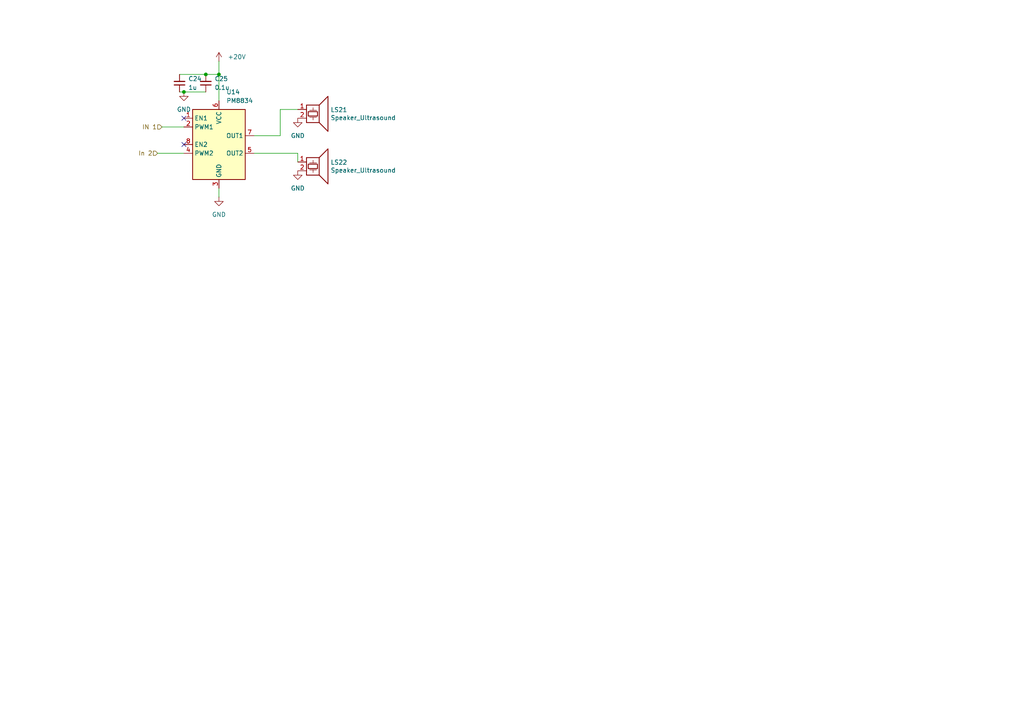
<source format=kicad_sch>
(kicad_sch (version 20250114) (generator "eeschema") (generator_version "9.0")
  (paper "A4")
  (lib_symbols
    (symbol "Device:C_Small" (pin_numbers (hide yes)) (pin_names (offset 0.254) (hide yes))
      (property "Reference" "C" (at 0.254 1.778 0))
      (property "Value" "C_Small" (at 0.254 -2.032 0))
      (symbol "C_Small_0_1"
        (polyline (pts (xy -1.524 0.508) (xy 1.524 0.508)) (stroke (width 0.3048)))
        (polyline (pts (xy -1.524 -0.508) (xy 1.524 -0.508)) (stroke (width 0.3302)))
      )
      (symbol "C_Small_1_1"
        (pin passive line (at 0 2.54 270) (length 2.032) (name "~") (number "1"))
        (pin passive line (at 0 -2.54 90) (length 2.032) (name "~") (number "2"))
      )
    )
    (symbol "Device:Speaker_Ultrasound" (pin_names (offset 0) (hide yes))
      (property "Reference" "LS" (at 0.635 5.715 0))
      (property "Value" "Speaker_Ultrasound" (at 0.635 3.81 0))
      (symbol "Speaker_Ultrasound_0_0"
        (rectangle (start -2.54 1.27) (end 1.143 -3.81) (stroke (width 0.254)))
        (rectangle (start -2.032 -0.635) (end 0.635 -1.905) (stroke (width 0.254)))
        (polyline (pts (xy -1.651 -0.254) (xy 0.381 -0.254)))
        (polyline (pts (xy -1.651 -2.286) (xy 0.381 -2.286)))
        (polyline (pts (xy -0.635 -0.254) (xy -0.635 0.508)))
        (polyline (pts (xy -0.635 -2.286) (xy -0.635 -3.048)))
        (polyline (pts (xy 1.143 1.27) (xy 3.683 3.81) (xy 3.683 -6.35) (xy 1.143 -3.81)) (stroke (width 0.254)))
      )
      (symbol "Speaker_Ultrasound_1_1"
        (pin input line (at -5.08 0 0) (length 2.54) (name "1") (number "1"))
        (pin input line (at -5.08 -2.54 0) (length 2.54) (name "2") (number "2"))
      )
    )
    (symbol "Driver_FET:PM8834"
      (property "Reference" "U" (at -7.62 11.43 0))
      (property "Value" "PM8834" (at 12.7 11.43 0))
      (symbol "PM8834_0_1"
        (rectangle (start -7.62 -10.16) (end 7.62 10.16) (stroke (width 0.254)) (fill (type background)))
      )
      (symbol "PM8834_1_1"
        (pin input line (at -10.16 7.62 0) (length 2.54) (name "EN1") (number "1"))
        (pin input line (at -10.16 5.08 0) (length 2.54) (name "PWM1") (number "2"))
        (pin input line (at -10.16 0 0) (length 2.54) (name "EN2") (number "8"))
        (pin input line (at -10.16 -2.54 0) (length 2.54) (name "PWM2") (number "4"))
        (pin power_in line (at 0 12.7 270) (length 2.54) (name "VCC") (number "6"))
        (pin power_in line (at 0 -12.7 90) (length 2.54) (name "GND") (number "3"))
        (pin output line (at 10.16 2.54 180) (length 2.54) (name "OUT1") (number "7"))
        (pin output line (at 10.16 -2.54 180) (length 2.54) (name "OUT2") (number "5"))
      )
    )
    (symbol "power:+10V" (power) (pin_numbers (hide yes)) (pin_names (offset 0) (hide yes))
      (property "Value" "+10V" (at 0 3.556 0))
      (symbol "+10V_0_1"
        (polyline (pts (xy -0.762 1.27) (xy 0 2.54)))
        (polyline (pts (xy 0 2.54) (xy 0.762 1.27)))
        (polyline (pts (xy 0 0) (xy 0 2.54)))
      )
      (symbol "+10V_1_1"
        (pin power_in line (at 0 0 90) (length 0) (name "~") (number "1"))
      )
    )
    (symbol "power:GND" (power) (pin_numbers (hide yes)) (pin_names (offset 0) (hide yes))
      (property "Value" "GND" (at 0 -3.81 0))
      (symbol "GND_0_1"
        (polyline (pts (xy 0 0) (xy 0 -1.27) (xy 1.27 -1.27) (xy 0 -2.54) (xy -1.27 -1.27) (xy 0 -1.27)))
      )
      (symbol "GND_1_1"
        (pin power_in line (at 0 0 270) (length 0) (name "~") (number "1"))
      )
    )
  )
  (junction (at 53.34 26.67))
  (junction (at 59.69 21.59))
  (junction (at 63.5 21.59))
  (no_connect (at 53.34 41.91))
  (no_connect (at 53.34 34.29))
  (wire (pts (xy 53.34 26.67) (xy 59.69 26.67)))
  (wire (pts (xy 63.5 54.61) (xy 63.5 57.15)))
  (wire (pts (xy 45.72 44.45) (xy 53.34 44.45)))
  (wire (pts (xy 81.28 31.75) (xy 86.36 31.75)))
  (wire (pts (xy 59.69 21.59) (xy 63.5 21.59)))
  (wire (pts (xy 63.5 21.59) (xy 63.5 29.21)))
  (wire (pts (xy 52.07 21.59) (xy 59.69 21.59)))
  (wire (pts (xy 73.66 39.37) (xy 81.28 39.37)))
  (wire (pts (xy 81.28 39.37) (xy 81.28 31.75)))
  (wire (pts (xy 46.99 36.83) (xy 53.34 36.83)))
  (wire (pts (xy 73.66 44.45) (xy 86.36 44.45)))
  (wire (pts (xy 52.07 26.67) (xy 53.34 26.67)))
  (wire (pts (xy 63.5 17.78) (xy 63.5 21.59)))
  (wire (pts (xy 86.36 44.45) (xy 86.36 46.99)))
  (hierarchical_label "In 2" (shape input) (at 45.72 44.45 180))
  (hierarchical_label "IN 1" (shape input) (at 46.99 36.83 180))
  (symbol (lib_id "Device:Speaker_Ultrasound") (at 91.44 31.75 0) (unit 1)
    (property "Reference" "LS1" (at 95.8596 31.8516 0) (effects (justify left)))
    (property "Value" "Speaker_Ultrasound" (at 95.8596 34.163 0) (effects (justify left)))
    (property "Footprint" "holo:MSO-P1040H07T" (effects (hide yes)))
    (property "Datasheet" "stock" (effects (hide yes)))
    (instances (project "pcb" (path "" (reference "LS21") (unit 1)) (path "" (reference "LS17") (unit 1)) (path "" (reference "LS19") (unit 1)) (path "" (reference "LS23") (unit 1)) (path "" (reference "LS61") (unit 1)) (path "" (reference "LS57") (unit 1)) (path "" (reference "LS59") (unit 1)) (path "" (reference "LS63") (unit 1)) (path "" (reference "LS29") (unit 1)) (path "" (reference "LS25") (unit 1)) (path "" (reference "LS27") (unit 1)) (path "" (reference "LS31") (unit 1)) (path "" (reference "LS13") (unit 1)) (path "" (reference "LS9") (unit 1)) (path "" (reference "LS11") (unit 1)) (path "" (reference "LS15") (unit 1)) (path "" (reference "LS45") (unit 1)) (path "" (reference "LS41") (unit 1)) (path "" (reference "LS43") (unit 1)) (path "" (reference "LS47") (unit 1)) (path "" (reference "LS3") (unit 1)) (path "" (reference "LS7") (unit 1)) (path "" (reference "LS5") (unit 1)) (path "" (reference "LS1") (unit 1)) (path "" (reference "LS37") (unit 1)) (path "" (reference "LS33") (unit 1)) (path "" (reference "LS35") (unit 1)) (path "" (reference "LS39") (unit 1)) (path "" (reference "LS53") (unit 1)) (path "" (reference "LS49") (unit 1)) (path "" (reference "LS51") (unit 1)) (path "" (reference "LS55") (unit 1))))
  )
  (symbol (lib_id "power:GND") (at 53.34 26.67 0) (unit 1)
    (property "Reference" "#PWR06" (effects (hide yes)))
    (property "Value" "GND" (at 53.34 31.75 0))
    (property "Description" "Power symbol creates a global label with name \"GND\" , ground" (effects (hide yes)))
    (instances (project "pcb" (path "" (reference "#PWR065") (unit 1)) (path "" (reference "#PWR055") (unit 1)) (path "" (reference "#PWR060") (unit 1)) (path "" (reference "#PWR070") (unit 1)) (path "" (reference "#PWR0180") (unit 1)) (path "" (reference "#PWR0170") (unit 1)) (path "" (reference "#PWR0175") (unit 1)) (path "" (reference "#PWR0185") (unit 1)) (path "" (reference "#PWR088") (unit 1)) (path "" (reference "#PWR078") (unit 1)) (path "" (reference "#PWR083") (unit 1)) (path "" (reference "#PWR093") (unit 1)) (path "" (reference "#PWR042") (unit 1)) (path "" (reference "#PWR032") (unit 1)) (path "" (reference "#PWR037") (unit 1)) (path "" (reference "#PWR047") (unit 1)) (path "" (reference "#PWR0134") (unit 1)) (path "" (reference "#PWR0124") (unit 1)) (path "" (reference "#PWR0129") (unit 1)) (path "" (reference "#PWR0139") (unit 1)) (path "" (reference "#PWR014") (unit 1)) (path "" (reference "#PWR024") (unit 1)) (path "" (reference "#PWR019") (unit 1)) (path "" (reference "#PWR06") (unit 1)) (path "" (reference "#PWR0111") (unit 1)) (path "" (reference "#PWR0101") (unit 1)) (path "" (reference "#PWR0106") (unit 1)) (path "" (reference "#PWR0116") (unit 1)) (path "" (reference "#PWR0157") (unit 1)) (path "" (reference "#PWR0147") (unit 1)) (path "" (reference "#PWR0152") (unit 1)) (path "" (reference "#PWR0162") (unit 1))))
  )
  (symbol (lib_id "power:+10V") (at 63.5 17.78 0) (unit 1)
    (property "Reference" "#PWR05" (effects (hide yes)))
    (property "Value" "+20V" (at 66.04 16.5099 0) (effects (justify left)))
    (property "Description" "Power symbol creates a global label with name \"+10V\"" (effects (hide yes)))
    (instances (project "pcb" (path "" (reference "#PWR064") (unit 1)) (path "" (reference "#PWR054") (unit 1)) (path "" (reference "#PWR059") (unit 1)) (path "" (reference "#PWR069") (unit 1)) (path "" (reference "#PWR0179") (unit 1)) (path "" (reference "#PWR0169") (unit 1)) (path "" (reference "#PWR0174") (unit 1)) (path "" (reference "#PWR0184") (unit 1)) (path "" (reference "#PWR087") (unit 1)) (path "" (reference "#PWR077") (unit 1)) (path "" (reference "#PWR082") (unit 1)) (path "" (reference "#PWR092") (unit 1)) (path "" (reference "#PWR041") (unit 1)) (path "" (reference "#PWR031") (unit 1)) (path "" (reference "#PWR036") (unit 1)) (path "" (reference "#PWR046") (unit 1)) (path "" (reference "#PWR0133") (unit 1)) (path "" (reference "#PWR0123") (unit 1)) (path "" (reference "#PWR0128") (unit 1)) (path "" (reference "#PWR0138") (unit 1)) (path "" (reference "#PWR013") (unit 1)) (path "" (reference "#PWR023") (unit 1)) (path "" (reference "#PWR018") (unit 1)) (path "" (reference "#PWR05") (unit 1)) (path "" (reference "#PWR0110") (unit 1)) (path "" (reference "#PWR0100") (unit 1)) (path "" (reference "#PWR0105") (unit 1)) (path "" (reference "#PWR0115") (unit 1)) (path "" (reference "#PWR0156") (unit 1)) (path "" (reference "#PWR0146") (unit 1)) (path "" (reference "#PWR0151") (unit 1)) (path "" (reference "#PWR0161") (unit 1))))
  )
  (symbol (lib_id "Device:C_Small") (at 52.07 24.13 180) (unit 1)
    (property "Reference" "C1" (at 54.61 22.8535 0) (effects (justify right)))
    (property "Value" "1u" (at 54.61 25.3935 0) (effects (justify right)))
    (property "Footprint" "Capacitor_SMD:C_0402_1005Metric" (effects (hide yes)))
    (property "Description" "Unpolarized capacitor, small symbol" (effects (hide yes)))
    (property "JLCPCB" "C52923" (effects (hide yes)))
    (instances (project "pcb" (path "" (reference "C24") (unit 1)) (path "" (reference "C20") (unit 1)) (path "" (reference "C22") (unit 1)) (path "" (reference "C26") (unit 1)) (path "" (reference "C69") (unit 1)) (path "" (reference "C65") (unit 1)) (path "" (reference "C67") (unit 1)) (path "" (reference "C71") (unit 1)) (path "" (reference "C33") (unit 1)) (path "" (reference "C29") (unit 1)) (path "" (reference "C31") (unit 1)) (path "" (reference "C35") (unit 1)) (path "" (reference "C15") (unit 1)) (path "" (reference "C11") (unit 1)) (path "" (reference "C13") (unit 1)) (path "" (reference "C17") (unit 1)) (path "" (reference "C51") (unit 1)) (path "" (reference "C47") (unit 1)) (path "" (reference "C49") (unit 1)) (path "" (reference "C53") (unit 1)) (path "" (reference "C4") (unit 1)) (path "" (reference "C8") (unit 1)) (path "" (reference "C6") (unit 1)) (path "" (reference "C1") (unit 1)) (path "" (reference "C42") (unit 1)) (path "" (reference "C38") (unit 1)) (path "" (reference "C40") (unit 1)) (path "" (reference "C44") (unit 1)) (path "" (reference "C60") (unit 1)) (path "" (reference "C56") (unit 1)) (path "" (reference "C58") (unit 1)) (path "" (reference "C62") (unit 1))))
  )
  (symbol (lib_id "power:GND") (at 86.36 34.29 0) (unit 1)
    (property "Reference" "#PWR07" (effects (hide yes)))
    (property "Value" "GND" (at 86.36 39.37 0))
    (property "Description" "Power symbol creates a global label with name \"GND\" , ground" (effects (hide yes)))
    (instances (project "pcb" (path "" (reference "#PWR066") (unit 1)) (path "" (reference "#PWR056") (unit 1)) (path "" (reference "#PWR061") (unit 1)) (path "" (reference "#PWR071") (unit 1)) (path "" (reference "#PWR0181") (unit 1)) (path "" (reference "#PWR0171") (unit 1)) (path "" (reference "#PWR0176") (unit 1)) (path "" (reference "#PWR0186") (unit 1)) (path "" (reference "#PWR089") (unit 1)) (path "" (reference "#PWR079") (unit 1)) (path "" (reference "#PWR084") (unit 1)) (path "" (reference "#PWR094") (unit 1)) (path "" (reference "#PWR043") (unit 1)) (path "" (reference "#PWR033") (unit 1)) (path "" (reference "#PWR038") (unit 1)) (path "" (reference "#PWR048") (unit 1)) (path "" (reference "#PWR0135") (unit 1)) (path "" (reference "#PWR0125") (unit 1)) (path "" (reference "#PWR0130") (unit 1)) (path "" (reference "#PWR0140") (unit 1)) (path "" (reference "#PWR015") (unit 1)) (path "" (reference "#PWR025") (unit 1)) (path "" (reference "#PWR020") (unit 1)) (path "" (reference "#PWR07") (unit 1)) (path "" (reference "#PWR0112") (unit 1)) (path "" (reference "#PWR0102") (unit 1)) (path "" (reference "#PWR0107") (unit 1)) (path "" (reference "#PWR0117") (unit 1)) (path "" (reference "#PWR0158") (unit 1)) (path "" (reference "#PWR0148") (unit 1)) (path "" (reference "#PWR0153") (unit 1)) (path "" (reference "#PWR0163") (unit 1))))
  )
  (symbol (lib_id "Device:Speaker_Ultrasound") (at 91.44 46.99 0) (unit 1)
    (property "Reference" "LS2" (at 95.8596 47.0916 0) (effects (justify left)))
    (property "Value" "Speaker_Ultrasound" (at 95.8596 49.403 0) (effects (justify left)))
    (property "Footprint" "holo:MSO-P1040H07T" (effects (hide yes)))
    (property "Datasheet" "stock" (effects (hide yes)))
    (instances (project "pcb" (path "" (reference "LS22") (unit 1)) (path "" (reference "LS18") (unit 1)) (path "" (reference "LS20") (unit 1)) (path "" (reference "LS24") (unit 1)) (path "" (reference "LS62") (unit 1)) (path "" (reference "LS58") (unit 1)) (path "" (reference "LS60") (unit 1)) (path "" (reference "LS64") (unit 1)) (path "" (reference "LS30") (unit 1)) (path "" (reference "LS26") (unit 1)) (path "" (reference "LS28") (unit 1)) (path "" (reference "LS32") (unit 1)) (path "" (reference "LS14") (unit 1)) (path "" (reference "LS10") (unit 1)) (path "" (reference "LS12") (unit 1)) (path "" (reference "LS16") (unit 1)) (path "" (reference "LS46") (unit 1)) (path "" (reference "LS42") (unit 1)) (path "" (reference "LS44") (unit 1)) (path "" (reference "LS48") (unit 1)) (path "" (reference "LS4") (unit 1)) (path "" (reference "LS8") (unit 1)) (path "" (reference "LS6") (unit 1)) (path "" (reference "LS2") (unit 1)) (path "" (reference "LS38") (unit 1)) (path "" (reference "LS34") (unit 1)) (path "" (reference "LS36") (unit 1)) (path "" (reference "LS40") (unit 1)) (path "" (reference "LS54") (unit 1)) (path "" (reference "LS50") (unit 1)) (path "" (reference "LS52") (unit 1)) (path "" (reference "LS56") (unit 1))))
  )
  (symbol (lib_id "Device:C_Small") (at 59.69 24.13 180) (unit 1)
    (property "Reference" "C2" (at 62.23 22.8535 0) (effects (justify right)))
    (property "Value" "0.1u" (at 62.23 25.3935 0) (effects (justify right)))
    (property "Footprint" "Capacitor_SMD:C_0201_0603Metric" (effects (hide yes)))
    (property "Description" "Unpolarized capacitor, small symbol" (effects (hide yes)))
    (property "JLCPCB" "C386070" (effects (hide yes)))
    (instances (project "pcb" (path "" (reference "C25") (unit 1)) (path "" (reference "C21") (unit 1)) (path "" (reference "C23") (unit 1)) (path "" (reference "C27") (unit 1)) (path "" (reference "C70") (unit 1)) (path "" (reference "C66") (unit 1)) (path "" (reference "C68") (unit 1)) (path "" (reference "C72") (unit 1)) (path "" (reference "C34") (unit 1)) (path "" (reference "C30") (unit 1)) (path "" (reference "C32") (unit 1)) (path "" (reference "C36") (unit 1)) (path "" (reference "C16") (unit 1)) (path "" (reference "C12") (unit 1)) (path "" (reference "C14") (unit 1)) (path "" (reference "C18") (unit 1)) (path "" (reference "C52") (unit 1)) (path "" (reference "C48") (unit 1)) (path "" (reference "C50") (unit 1)) (path "" (reference "C54") (unit 1)) (path "" (reference "C5") (unit 1)) (path "" (reference "C9") (unit 1)) (path "" (reference "C7") (unit 1)) (path "" (reference "C2") (unit 1)) (path "" (reference "C43") (unit 1)) (path "" (reference "C39") (unit 1)) (path "" (reference "C41") (unit 1)) (path "" (reference "C45") (unit 1)) (path "" (reference "C61") (unit 1)) (path "" (reference "C57") (unit 1)) (path "" (reference "C59") (unit 1)) (path "" (reference "C63") (unit 1))))
  )
  (symbol (lib_id "Driver_FET:PM8834") (at 63.5 41.91 0) (unit 1)
    (property "Reference" "U1" (at 65.6433 26.67 0) (effects (justify left)))
    (property "Value" "PM8834" (at 65.6433 29.21 0) (effects (justify left)))
    (property "Footprint" "Package_SO:SOIC-8_3.9x4.9mm_P1.27mm" (effects (hide yes)))
    (property "Datasheet" "http://www.st.com/resource/en/datasheet/pm8834.pdf" (effects (hide yes)))
    (property "Description" "4A dual low-side MOSFET driver, SOIC-8" (effects (hide yes)))
    (property "JLCPCB" "C465729" (effects (hide yes)))
    (instances (project "pcb" (path "" (reference "U14") (unit 1)) (path "" (reference "U12") (unit 1)) (path "" (reference "U13") (unit 1)) (path "" (reference "U15") (unit 1)) (path "" (reference "U39") (unit 1)) (path "" (reference "U37") (unit 1)) (path "" (reference "U38") (unit 1)) (path "" (reference "U40") (unit 1)) (path "" (reference "U19") (unit 1)) (path "" (reference "U17") (unit 1)) (path "" (reference "U18") (unit 1)) (path "" (reference "U20") (unit 1)) (path "" (reference "U9") (unit 1)) (path "" (reference "U7") (unit 1)) (path "" (reference "U8") (unit 1)) (path "" (reference "U10") (unit 1)) (path "" (reference "U29") (unit 1)) (path "" (reference "U27") (unit 1)) (path "" (reference "U28") (unit 1)) (path "" (reference "U30") (unit 1)) (path "" (reference "U3") (unit 1)) (path "" (reference "U5") (unit 1)) (path "" (reference "U4") (unit 1)) (path "" (reference "U1") (unit 1)) (path "" (reference "U24") (unit 1)) (path "" (reference "U22") (unit 1)) (path "" (reference "U23") (unit 1)) (path "" (reference "U25") (unit 1)) (path "" (reference "U34") (unit 1)) (path "" (reference "U32") (unit 1)) (path "" (reference "U33") (unit 1)) (path "" (reference "U35") (unit 1))))
  )
  (symbol (lib_id "power:GND") (at 63.5 57.15 0) (unit 1)
    (property "Reference" "#PWR09" (effects (hide yes)))
    (property "Value" "GND" (at 63.5 62.23 0))
    (property "Description" "Power symbol creates a global label with name \"GND\" , ground" (effects (hide yes)))
    (instances (project "pcb" (path "" (reference "#PWR068") (unit 1)) (path "" (reference "#PWR058") (unit 1)) (path "" (reference "#PWR063") (unit 1)) (path "" (reference "#PWR073") (unit 1)) (path "" (reference "#PWR0183") (unit 1)) (path "" (reference "#PWR0173") (unit 1)) (path "" (reference "#PWR0178") (unit 1)) (path "" (reference "#PWR0188") (unit 1)) (path "" (reference "#PWR091") (unit 1)) (path "" (reference "#PWR081") (unit 1)) (path "" (reference "#PWR086") (unit 1)) (path "" (reference "#PWR096") (unit 1)) (path "" (reference "#PWR045") (unit 1)) (path "" (reference "#PWR035") (unit 1)) (path "" (reference "#PWR040") (unit 1)) (path "" (reference "#PWR050") (unit 1)) (path "" (reference "#PWR0137") (unit 1)) (path "" (reference "#PWR0127") (unit 1)) (path "" (reference "#PWR0132") (unit 1)) (path "" (reference "#PWR0142") (unit 1)) (path "" (reference "#PWR017") (unit 1)) (path "" (reference "#PWR027") (unit 1)) (path "" (reference "#PWR022") (unit 1)) (path "" (reference "#PWR09") (unit 1)) (path "" (reference "#PWR0114") (unit 1)) (path "" (reference "#PWR0104") (unit 1)) (path "" (reference "#PWR0109") (unit 1)) (path "" (reference "#PWR0119") (unit 1)) (path "" (reference "#PWR0160") (unit 1)) (path "" (reference "#PWR0150") (unit 1)) (path "" (reference "#PWR0155") (unit 1)) (path "" (reference "#PWR0165") (unit 1))))
  )
  (symbol (lib_id "power:GND") (at 86.36 49.53 0) (unit 1)
    (property "Reference" "#PWR08" (effects (hide yes)))
    (property "Value" "GND" (at 86.36 54.61 0))
    (property "Description" "Power symbol creates a global label with name \"GND\" , ground" (effects (hide yes)))
    (instances (project "pcb" (path "" (reference "#PWR067") (unit 1)) (path "" (reference "#PWR057") (unit 1)) (path "" (reference "#PWR062") (unit 1)) (path "" (reference "#PWR072") (unit 1)) (path "" (reference "#PWR0182") (unit 1)) (path "" (reference "#PWR0172") (unit 1)) (path "" (reference "#PWR0177") (unit 1)) (path "" (reference "#PWR0187") (unit 1)) (path "" (reference "#PWR090") (unit 1)) (path "" (reference "#PWR080") (unit 1)) (path "" (reference "#PWR085") (unit 1)) (path "" (reference "#PWR095") (unit 1)) (path "" (reference "#PWR044") (unit 1)) (path "" (reference "#PWR034") (unit 1)) (path "" (reference "#PWR039") (unit 1)) (path "" (reference "#PWR049") (unit 1)) (path "" (reference "#PWR0136") (unit 1)) (path "" (reference "#PWR0126") (unit 1)) (path "" (reference "#PWR0131") (unit 1)) (path "" (reference "#PWR0141") (unit 1)) (path "" (reference "#PWR016") (unit 1)) (path "" (reference "#PWR026") (unit 1)) (path "" (reference "#PWR021") (unit 1)) (path "" (reference "#PWR08") (unit 1)) (path "" (reference "#PWR0113") (unit 1)) (path "" (reference "#PWR0103") (unit 1)) (path "" (reference "#PWR0108") (unit 1)) (path "" (reference "#PWR0118") (unit 1)) (path "" (reference "#PWR0159") (unit 1)) (path "" (reference "#PWR0149") (unit 1)) (path "" (reference "#PWR0154") (unit 1)) (path "" (reference "#PWR0164") (unit 1))))
  )
)
</source>
